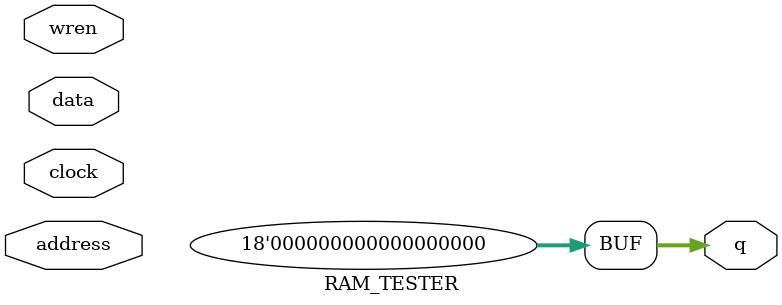
<source format=v>
module RAM_TESTER(	// file.cleaned.mlir:2:3
  input  [11:0] address,	// file.cleaned.mlir:2:28
  input         clock,	// file.cleaned.mlir:2:47
  input  [17:0] data,	// file.cleaned.mlir:2:63
  input         wren,	// file.cleaned.mlir:2:79
  output [17:0] q	// file.cleaned.mlir:2:95
);

  assign q = 18'h0;	// file.cleaned.mlir:3:15, :4:5
endmodule


</source>
